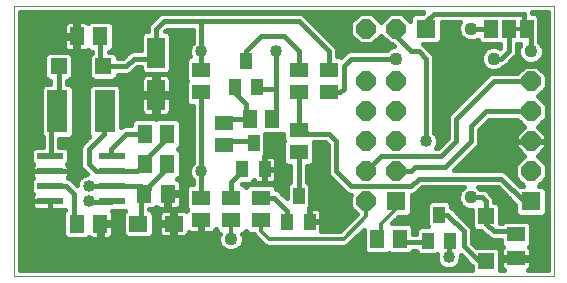
<source format=gtl>
G75*
G70*
%OFA0B0*%
%FSLAX24Y24*%
%IPPOS*%
%LPD*%
%AMOC8*
5,1,8,0,0,1.08239X$1,22.5*
%
%ADD10C,0.0000*%
%ADD11R,0.0630X0.0512*%
%ADD12R,0.0512X0.0630*%
%ADD13R,0.0866X0.0236*%
%ADD14R,0.0630X0.1024*%
%ADD15R,0.0630X0.0551*%
%ADD16R,0.0640X0.0640*%
%ADD17OC8,0.0640*%
%ADD18R,0.0709X0.1417*%
%ADD19R,0.0551X0.0551*%
%ADD20R,0.0460X0.0630*%
%ADD21R,0.0394X0.0551*%
%ADD22C,0.0160*%
%ADD23C,0.0400*%
%ADD24C,0.0436*%
%ADD25C,0.0120*%
D10*
X004649Y005649D02*
X004649Y014649D01*
X022649Y014649D01*
X022649Y005649D01*
X004649Y005649D01*
D11*
X010899Y007524D03*
X011899Y007524D03*
X012899Y007524D03*
X012899Y008273D03*
X011899Y008273D03*
X010899Y008273D03*
X011649Y010024D03*
X011649Y010773D03*
X010899Y011774D03*
X010899Y012523D03*
X014149Y012523D03*
X015149Y012523D03*
X015149Y011774D03*
X014149Y011774D03*
X014149Y010523D03*
X014149Y009774D03*
X021399Y007042D03*
X021399Y006255D03*
D12*
X017523Y006899D03*
X016775Y006899D03*
X013273Y010899D03*
X012525Y010899D03*
X009773Y010399D03*
X009025Y010399D03*
X009025Y009399D03*
X009773Y009399D03*
X009792Y008399D03*
X009005Y008399D03*
X007542Y007399D03*
X006755Y007399D03*
X006755Y013649D03*
X007542Y013649D03*
D13*
X007922Y009649D03*
X007922Y009149D03*
X007922Y008649D03*
X007922Y008149D03*
X005875Y008149D03*
X005875Y008649D03*
X005875Y009149D03*
X005875Y009649D03*
D14*
X009399Y011690D03*
X009399Y013107D03*
D15*
X009989Y007399D03*
X008808Y007399D03*
D16*
X017399Y008149D03*
X021899Y008149D03*
X018399Y013899D03*
D17*
X017399Y013899D03*
X016399Y013899D03*
X016399Y012149D03*
X017399Y012149D03*
X017399Y011149D03*
X016399Y011149D03*
X016399Y010149D03*
X017399Y010149D03*
X017399Y009149D03*
X016399Y009149D03*
X016399Y008149D03*
X021899Y009149D03*
X021899Y010149D03*
X021899Y011149D03*
X021899Y012149D03*
D18*
X007686Y011149D03*
X006111Y011149D03*
D19*
X006151Y012649D03*
X007647Y012649D03*
X020399Y007647D03*
X020399Y006150D03*
D20*
X020549Y013899D03*
X021149Y013899D03*
X021749Y013899D03*
D21*
X013023Y009215D03*
X012275Y009215D03*
X012649Y010082D03*
X014149Y008332D03*
X014523Y007465D03*
X013775Y007465D03*
X018462Y006840D03*
X019210Y006840D03*
X018836Y007707D03*
X012773Y011965D03*
X012025Y011965D03*
X012399Y012832D03*
D22*
X012399Y013149D01*
X012899Y013649D01*
X013649Y013649D01*
X014149Y013149D01*
X014149Y012523D01*
X015149Y012523D02*
X015149Y013149D01*
X014149Y014149D01*
X010899Y014149D01*
X010899Y013149D01*
X010899Y012523D01*
X010384Y012527D02*
X009914Y012527D01*
X009914Y012512D02*
X009914Y013702D01*
X009796Y013819D01*
X009715Y013819D01*
X009765Y013869D01*
X010619Y013869D01*
X010619Y013434D01*
X010560Y013375D01*
X010499Y013228D01*
X010499Y013069D01*
X010536Y012978D01*
X010501Y012978D01*
X010384Y012861D01*
X010384Y012184D01*
X010419Y012148D01*
X010384Y012113D01*
X010384Y011436D01*
X010501Y011319D01*
X010619Y011319D01*
X010619Y009434D01*
X010560Y009375D01*
X010499Y009228D01*
X010499Y009069D01*
X010560Y008922D01*
X010619Y008863D01*
X010619Y008728D01*
X010501Y008728D01*
X010384Y008611D01*
X010384Y007934D01*
X010435Y007883D01*
X010416Y007850D01*
X010408Y007822D01*
X010374Y007842D01*
X010328Y007854D01*
X010047Y007854D01*
X010047Y007457D01*
X009931Y007457D01*
X009931Y007854D01*
X009651Y007854D01*
X009605Y007842D01*
X009564Y007818D01*
X009530Y007785D01*
X009507Y007744D01*
X009494Y007698D01*
X009494Y007456D01*
X009931Y007456D01*
X009931Y007341D01*
X009494Y007341D01*
X009494Y007099D01*
X009507Y007053D01*
X009530Y007012D01*
X009564Y006979D01*
X009605Y006955D01*
X009651Y006943D01*
X009931Y006943D01*
X009931Y007340D01*
X010047Y007340D01*
X010047Y006943D01*
X010328Y006943D01*
X010374Y006955D01*
X010415Y006979D01*
X010448Y007012D01*
X010472Y007053D01*
X010484Y007099D01*
X010484Y007118D01*
X010514Y007101D01*
X010560Y007089D01*
X010851Y007089D01*
X010851Y007476D01*
X010947Y007476D01*
X010947Y007089D01*
X011237Y007089D01*
X011283Y007101D01*
X011324Y007125D01*
X011358Y007158D01*
X011381Y007199D01*
X011384Y007208D01*
X011384Y007186D01*
X011501Y007069D01*
X011517Y007069D01*
X011481Y006982D01*
X011481Y006815D01*
X011544Y006662D01*
X011662Y006544D01*
X011815Y006480D01*
X011982Y006480D01*
X012135Y006544D01*
X012253Y006662D01*
X012317Y006815D01*
X012317Y006982D01*
X012281Y007069D01*
X012296Y007069D01*
X012399Y007171D01*
X012501Y007069D01*
X012650Y007069D01*
X012678Y007001D01*
X012751Y006928D01*
X013001Y006678D01*
X013097Y006639D01*
X013200Y006639D01*
X015700Y006639D01*
X015796Y006678D01*
X015869Y006751D01*
X016319Y007201D01*
X016319Y006501D01*
X016436Y006384D01*
X017113Y006384D01*
X017149Y006419D01*
X017184Y006384D01*
X017861Y006384D01*
X017971Y006494D01*
X018065Y006494D01*
X018065Y006482D01*
X018182Y006365D01*
X018742Y006365D01*
X018762Y006385D01*
X018749Y006353D01*
X018749Y006194D01*
X018810Y006047D01*
X018922Y005934D01*
X019069Y005874D01*
X019228Y005874D01*
X019375Y005934D01*
X019488Y006047D01*
X019549Y006194D01*
X019549Y006353D01*
X019911Y005990D01*
X019923Y005978D01*
X019923Y005848D01*
X004849Y005848D01*
X004849Y014449D01*
X018303Y014449D01*
X018273Y014418D01*
X017996Y014418D01*
X017879Y014301D01*
X017879Y014154D01*
X017614Y014418D01*
X017183Y014418D01*
X016899Y014134D01*
X016614Y014418D01*
X016183Y014418D01*
X015879Y014114D01*
X015879Y013683D01*
X016183Y013379D01*
X016614Y013379D01*
X016899Y013663D01*
X017183Y013379D01*
X017273Y013379D01*
X017335Y013317D01*
X017315Y013317D01*
X017162Y013253D01*
X017087Y013178D01*
X015843Y013178D01*
X015740Y013136D01*
X015661Y013057D01*
X015565Y012960D01*
X015546Y012978D01*
X015429Y012978D01*
X015429Y013093D01*
X015429Y013204D01*
X015386Y013307D01*
X014386Y014307D01*
X014307Y014386D01*
X014204Y014428D01*
X010954Y014428D01*
X010843Y014428D01*
X009704Y014428D01*
X009593Y014428D01*
X009490Y014386D01*
X009240Y014136D01*
X009161Y014057D01*
X009119Y013954D01*
X009119Y013819D01*
X009001Y013819D01*
X008884Y013702D01*
X008884Y013178D01*
X008593Y013178D01*
X008490Y013136D01*
X008411Y013057D01*
X008283Y012928D01*
X008122Y012928D01*
X008122Y013007D01*
X008005Y013124D01*
X007822Y013124D01*
X007822Y013134D01*
X007881Y013134D01*
X007998Y013251D01*
X007998Y014046D01*
X007881Y014163D01*
X007204Y014163D01*
X007135Y014094D01*
X007121Y014107D01*
X007080Y014131D01*
X007035Y014143D01*
X006803Y014143D01*
X006803Y013697D01*
X006707Y013697D01*
X006707Y014143D01*
X006475Y014143D01*
X006430Y014131D01*
X006389Y014107D01*
X006355Y014074D01*
X006331Y014033D01*
X006319Y013987D01*
X006319Y013696D01*
X006707Y013696D01*
X006707Y013600D01*
X006803Y013600D01*
X006803Y013154D01*
X007035Y013154D01*
X007080Y013166D01*
X007121Y013189D01*
X007135Y013203D01*
X007204Y013134D01*
X007262Y013134D01*
X007262Y013098D01*
X007171Y013007D01*
X007171Y012290D01*
X007288Y012173D01*
X008005Y012173D01*
X008122Y012290D01*
X008122Y012369D01*
X008343Y012369D01*
X008454Y012369D01*
X008557Y012411D01*
X008765Y012619D01*
X008884Y012619D01*
X008884Y012512D01*
X009001Y012395D01*
X009796Y012395D01*
X009914Y012512D01*
X009914Y012685D02*
X010384Y012685D01*
X010384Y012844D02*
X009914Y012844D01*
X009914Y013003D02*
X010526Y013003D01*
X010499Y013161D02*
X009914Y013161D01*
X009914Y013320D02*
X010537Y013320D01*
X010619Y013478D02*
X009914Y013478D01*
X009914Y013637D02*
X010619Y013637D01*
X010619Y013795D02*
X009820Y013795D01*
X009649Y014149D02*
X009399Y013899D01*
X009399Y013107D01*
X009399Y012899D01*
X008649Y012899D01*
X008399Y012649D01*
X007647Y012649D01*
X007542Y012753D01*
X007542Y013649D01*
X007998Y013637D02*
X008884Y013637D01*
X008884Y013478D02*
X007998Y013478D01*
X007998Y013320D02*
X008884Y013320D01*
X008551Y013161D02*
X007909Y013161D01*
X008122Y013003D02*
X008357Y013003D01*
X008673Y012527D02*
X008884Y012527D01*
X008973Y012346D02*
X009014Y012369D01*
X009060Y012382D01*
X009321Y012382D01*
X009321Y011768D01*
X009476Y011768D01*
X009476Y012382D01*
X009737Y012382D01*
X009783Y012369D01*
X009824Y012346D01*
X009858Y012312D01*
X009881Y012271D01*
X009894Y012225D01*
X009894Y011767D01*
X009476Y011767D01*
X009476Y011612D01*
X009476Y010998D01*
X009737Y010998D01*
X009783Y011010D01*
X009824Y011034D01*
X009858Y011067D01*
X009881Y011109D01*
X009894Y011154D01*
X009894Y011612D01*
X009476Y011612D01*
X009321Y011612D01*
X009321Y010998D01*
X009060Y010998D01*
X009014Y011010D01*
X008973Y011034D01*
X008940Y011067D01*
X008916Y011109D01*
X008904Y011154D01*
X008904Y011612D01*
X009321Y011612D01*
X009321Y011767D01*
X008904Y011767D01*
X008904Y012225D01*
X008916Y012271D01*
X008940Y012312D01*
X008973Y012346D01*
X009013Y012368D02*
X008122Y012368D01*
X008042Y012210D02*
X008904Y012210D01*
X008904Y012051D02*
X008129Y012051D01*
X008123Y012057D02*
X007249Y012057D01*
X007132Y011940D01*
X007132Y010357D01*
X007171Y010317D01*
X006990Y010136D01*
X006911Y010057D01*
X006869Y009954D01*
X006869Y009343D01*
X006911Y009240D01*
X006990Y009161D01*
X007103Y009048D01*
X007069Y009048D01*
X006922Y008988D01*
X006810Y008875D01*
X006749Y008728D01*
X006749Y008694D01*
X006557Y008886D01*
X006457Y008928D01*
X006476Y008961D01*
X006488Y009007D01*
X006488Y009148D01*
X005875Y009148D01*
X005262Y009148D01*
X005262Y009007D01*
X005274Y008961D01*
X005298Y008920D01*
X005305Y008913D01*
X005242Y008849D01*
X005242Y008448D01*
X005305Y008384D01*
X005298Y008377D01*
X005274Y008336D01*
X005262Y008290D01*
X005262Y008149D01*
X005875Y008149D01*
X005149Y008149D01*
X004899Y008399D01*
X004899Y008899D01*
X005149Y009149D01*
X005875Y009149D01*
X005875Y009148D01*
X005875Y009149D01*
X005262Y009149D01*
X005262Y009290D01*
X005274Y009336D01*
X005298Y009377D01*
X005305Y009384D01*
X005242Y009448D01*
X005242Y009849D01*
X005359Y009967D01*
X005619Y009967D01*
X005619Y010295D01*
X005557Y010357D01*
X005557Y011940D01*
X005674Y012057D01*
X005869Y012057D01*
X005869Y012173D01*
X005792Y012173D01*
X005675Y012290D01*
X005675Y013007D01*
X005792Y013124D01*
X006509Y013124D01*
X006626Y013007D01*
X006626Y012290D01*
X006509Y012173D01*
X006429Y012173D01*
X006429Y012057D01*
X006548Y012057D01*
X006666Y011940D01*
X006666Y010357D01*
X006548Y010240D01*
X006179Y010240D01*
X006179Y009967D01*
X006391Y009967D01*
X006508Y009849D01*
X006508Y009448D01*
X006445Y009384D01*
X006452Y009377D01*
X006476Y009336D01*
X006488Y009290D01*
X006488Y009149D01*
X005875Y009149D01*
X005262Y009198D02*
X004849Y009198D01*
X004849Y009356D02*
X005286Y009356D01*
X005242Y009515D02*
X004849Y009515D01*
X004849Y009673D02*
X005242Y009673D01*
X005242Y009832D02*
X004849Y009832D01*
X004849Y009990D02*
X005619Y009990D01*
X005619Y010149D02*
X004849Y010149D01*
X004849Y010307D02*
X005607Y010307D01*
X005557Y010466D02*
X004849Y010466D01*
X004849Y010624D02*
X005557Y010624D01*
X005557Y010783D02*
X004849Y010783D01*
X004849Y010941D02*
X005557Y010941D01*
X005557Y011100D02*
X004849Y011100D01*
X004849Y011259D02*
X005557Y011259D01*
X005557Y011417D02*
X004849Y011417D01*
X004849Y011576D02*
X005557Y011576D01*
X005557Y011734D02*
X004849Y011734D01*
X004849Y011893D02*
X005557Y011893D01*
X005668Y012051D02*
X004849Y012051D01*
X004849Y012210D02*
X005755Y012210D01*
X005675Y012368D02*
X004849Y012368D01*
X004849Y012527D02*
X005675Y012527D01*
X005675Y012685D02*
X004849Y012685D01*
X004849Y012844D02*
X005675Y012844D01*
X005675Y013003D02*
X004849Y013003D01*
X004849Y013161D02*
X006447Y013161D01*
X006430Y013166D02*
X006475Y013154D01*
X006707Y013154D01*
X006707Y013600D01*
X006319Y013600D01*
X006319Y013310D01*
X006331Y013264D01*
X006355Y013223D01*
X006389Y013189D01*
X006430Y013166D01*
X006319Y013320D02*
X004849Y013320D01*
X004849Y013478D02*
X006319Y013478D01*
X006319Y013795D02*
X004849Y013795D01*
X004849Y013637D02*
X006707Y013637D01*
X006707Y013795D02*
X006803Y013795D01*
X006803Y013954D02*
X006707Y013954D01*
X006707Y014112D02*
X006803Y014112D01*
X007113Y014112D02*
X007153Y014112D01*
X006397Y014112D02*
X004849Y014112D01*
X004849Y013954D02*
X006319Y013954D01*
X006707Y013478D02*
X006803Y013478D01*
X006803Y013320D02*
X006707Y013320D01*
X006707Y013161D02*
X006803Y013161D01*
X006626Y013003D02*
X007171Y013003D01*
X007176Y013161D02*
X007063Y013161D01*
X007171Y012844D02*
X006626Y012844D01*
X006626Y012685D02*
X007171Y012685D01*
X007171Y012527D02*
X006626Y012527D01*
X006626Y012368D02*
X007171Y012368D01*
X007251Y012210D02*
X006546Y012210D01*
X006554Y012051D02*
X007243Y012051D01*
X007132Y011893D02*
X006666Y011893D01*
X006666Y011734D02*
X007132Y011734D01*
X007132Y011576D02*
X006666Y011576D01*
X006666Y011417D02*
X007132Y011417D01*
X007132Y011259D02*
X006666Y011259D01*
X006666Y011100D02*
X007132Y011100D01*
X007132Y010941D02*
X006666Y010941D01*
X006666Y010783D02*
X007132Y010783D01*
X007132Y010624D02*
X006666Y010624D01*
X006666Y010466D02*
X007132Y010466D01*
X007162Y010307D02*
X006616Y010307D01*
X007003Y010149D02*
X006179Y010149D01*
X006179Y009990D02*
X006884Y009990D01*
X006869Y009832D02*
X006508Y009832D01*
X006508Y009673D02*
X006869Y009673D01*
X006869Y009515D02*
X006508Y009515D01*
X006464Y009356D02*
X006869Y009356D01*
X006954Y009198D02*
X006488Y009198D01*
X006488Y009039D02*
X007046Y009039D01*
X006815Y008880D02*
X006563Y008880D01*
X006721Y008722D02*
X006749Y008722D01*
X007149Y008649D02*
X007922Y008649D01*
X008899Y008649D01*
X008899Y008399D01*
X008899Y007489D01*
X008808Y007399D01*
X008879Y007399D01*
X008859Y007379D01*
X009323Y007454D02*
X009931Y007454D01*
X009931Y007612D02*
X010047Y007612D01*
X010047Y007771D02*
X009931Y007771D01*
X009840Y007904D02*
X010072Y007904D01*
X010118Y007916D01*
X010159Y007939D01*
X010192Y007973D01*
X010216Y008014D01*
X010228Y008060D01*
X010228Y008350D01*
X009841Y008350D01*
X009841Y008446D01*
X010228Y008446D01*
X010228Y008737D01*
X010216Y008783D01*
X010192Y008824D01*
X010159Y008857D01*
X010118Y008881D01*
X010109Y008884D01*
X010111Y008884D01*
X010229Y009001D01*
X010229Y009796D01*
X010126Y009898D01*
X010229Y010001D01*
X010229Y010796D01*
X010111Y010913D01*
X009434Y010913D01*
X009399Y010878D01*
X009363Y010913D01*
X008686Y010913D01*
X008569Y010796D01*
X008569Y010678D01*
X008454Y010678D01*
X008343Y010678D01*
X008240Y010636D01*
X008240Y011940D01*
X008123Y012057D01*
X008240Y011893D02*
X008904Y011893D01*
X008904Y011576D02*
X008240Y011576D01*
X008240Y011734D02*
X009321Y011734D01*
X009476Y011734D02*
X010384Y011734D01*
X010384Y011576D02*
X009894Y011576D01*
X009894Y011417D02*
X010402Y011417D01*
X010619Y011259D02*
X009894Y011259D01*
X009876Y011100D02*
X010619Y011100D01*
X010619Y010941D02*
X008240Y010941D01*
X008240Y010783D02*
X008569Y010783D01*
X008240Y011100D02*
X008921Y011100D01*
X008904Y011259D02*
X008240Y011259D01*
X008240Y011417D02*
X008904Y011417D01*
X009321Y011417D02*
X009476Y011417D01*
X009476Y011259D02*
X009321Y011259D01*
X009321Y011100D02*
X009476Y011100D01*
X009476Y011576D02*
X009321Y011576D01*
X009321Y011893D02*
X009476Y011893D01*
X009476Y012051D02*
X009321Y012051D01*
X009321Y012210D02*
X009476Y012210D01*
X009476Y012368D02*
X009321Y012368D01*
X009785Y012368D02*
X010384Y012368D01*
X010384Y012210D02*
X009894Y012210D01*
X009894Y012051D02*
X010384Y012051D01*
X010384Y011893D02*
X009894Y011893D01*
X010899Y011774D02*
X010899Y009149D01*
X010899Y008273D01*
X010384Y008246D02*
X010228Y008246D01*
X010228Y008088D02*
X010384Y008088D01*
X010388Y007929D02*
X010141Y007929D01*
X009840Y007929D02*
X009744Y007929D01*
X009744Y007904D02*
X009513Y007904D01*
X009467Y007916D01*
X009426Y007939D01*
X009413Y007953D01*
X009344Y007884D01*
X009179Y007884D01*
X009179Y007874D01*
X009206Y007874D01*
X009323Y007757D01*
X009323Y007040D01*
X009206Y006923D01*
X008410Y006923D01*
X008293Y007040D01*
X008293Y007757D01*
X008367Y007830D01*
X007936Y007830D01*
X007942Y007824D01*
X007966Y007783D01*
X007978Y007737D01*
X007978Y007446D01*
X007591Y007446D01*
X007591Y007350D01*
X007978Y007350D01*
X007978Y007060D01*
X007966Y007014D01*
X007942Y006973D01*
X007909Y006939D01*
X007868Y006916D01*
X007822Y006904D01*
X007590Y006904D01*
X007590Y007350D01*
X007494Y007350D01*
X007494Y006904D01*
X007263Y006904D01*
X007217Y006916D01*
X007176Y006939D01*
X007163Y006953D01*
X007094Y006884D01*
X006416Y006884D01*
X006299Y007001D01*
X006299Y007796D01*
X006361Y007858D01*
X006332Y007850D01*
X005875Y007850D01*
X005875Y008148D01*
X005875Y008148D01*
X005875Y007850D01*
X005418Y007850D01*
X005372Y007863D01*
X005331Y007886D01*
X005298Y007920D01*
X005274Y007961D01*
X005262Y008007D01*
X005262Y008148D01*
X005875Y008148D01*
X005875Y008149D01*
X005875Y008088D02*
X005875Y008088D01*
X005875Y007929D02*
X005875Y007929D01*
X006299Y007771D02*
X004849Y007771D01*
X004849Y007929D02*
X005293Y007929D01*
X005262Y008088D02*
X004849Y008088D01*
X004849Y008246D02*
X005262Y008246D01*
X005285Y008405D02*
X004849Y008405D01*
X004849Y008563D02*
X005242Y008563D01*
X005242Y008722D02*
X004849Y008722D01*
X004849Y008880D02*
X005273Y008880D01*
X005262Y009039D02*
X004849Y009039D01*
X005875Y008649D02*
X006399Y008649D01*
X006649Y008399D01*
X006649Y007255D01*
X006755Y007399D01*
X006299Y007454D02*
X004849Y007454D01*
X004849Y007612D02*
X006299Y007612D01*
X006299Y007295D02*
X004849Y007295D01*
X004849Y007136D02*
X006299Y007136D01*
X006322Y006978D02*
X004849Y006978D01*
X004849Y006819D02*
X011481Y006819D01*
X011481Y006978D02*
X010413Y006978D01*
X010047Y006978D02*
X009931Y006978D01*
X009931Y007136D02*
X010047Y007136D01*
X010047Y007295D02*
X009931Y007295D01*
X009494Y007295D02*
X009323Y007295D01*
X009323Y007136D02*
X009494Y007136D01*
X009565Y006978D02*
X009261Y006978D01*
X009323Y007612D02*
X009494Y007612D01*
X009522Y007771D02*
X009309Y007771D01*
X009389Y007929D02*
X009444Y007929D01*
X009744Y007904D02*
X009744Y008350D01*
X009840Y008350D01*
X009840Y007904D01*
X009840Y008088D02*
X009744Y008088D01*
X009744Y008246D02*
X009840Y008246D01*
X009841Y008405D02*
X010384Y008405D01*
X010384Y008563D02*
X010228Y008563D01*
X010228Y008722D02*
X010494Y008722D01*
X010601Y008880D02*
X010119Y008880D01*
X010229Y009039D02*
X010511Y009039D01*
X010499Y009198D02*
X010229Y009198D01*
X010229Y009356D02*
X010552Y009356D01*
X010619Y009515D02*
X010229Y009515D01*
X010229Y009673D02*
X010619Y009673D01*
X010619Y009832D02*
X010193Y009832D01*
X010218Y009990D02*
X010619Y009990D01*
X010619Y010149D02*
X010229Y010149D01*
X010229Y010307D02*
X010619Y010307D01*
X010619Y010466D02*
X010229Y010466D01*
X010229Y010624D02*
X010619Y010624D01*
X010619Y010783D02*
X010229Y010783D01*
X009773Y010399D02*
X009649Y010274D01*
X009649Y010149D01*
X009025Y009524D01*
X009025Y009399D01*
X008775Y009149D01*
X007922Y009149D01*
X007399Y009149D01*
X007149Y009399D01*
X007149Y009899D01*
X007649Y010399D01*
X007649Y011149D01*
X007686Y011149D01*
X008399Y010399D02*
X007899Y009899D01*
X007899Y009672D01*
X007922Y009649D01*
X008399Y010399D02*
X009025Y010399D01*
X009773Y009399D02*
X009649Y009274D01*
X009649Y009149D01*
X009149Y008649D01*
X009149Y008542D01*
X009005Y008399D01*
X008899Y008399D01*
X008307Y007771D02*
X007969Y007771D01*
X007978Y007612D02*
X008293Y007612D01*
X008293Y007454D02*
X007978Y007454D01*
X007978Y007295D02*
X008293Y007295D01*
X008293Y007136D02*
X007978Y007136D01*
X007945Y006978D02*
X008355Y006978D01*
X007590Y006978D02*
X007494Y006978D01*
X007494Y007136D02*
X007590Y007136D01*
X007590Y007295D02*
X007494Y007295D01*
X007139Y008139D02*
X007149Y008149D01*
X007139Y008139D02*
X007912Y008139D01*
X007922Y008149D01*
X009773Y009399D02*
X009899Y009273D01*
X011649Y010024D02*
X011773Y010149D01*
X012649Y010149D01*
X012649Y010082D01*
X013045Y010149D02*
X013669Y010149D01*
X013669Y010148D02*
X013634Y010113D01*
X013634Y009436D01*
X013751Y009319D01*
X013869Y009319D01*
X013869Y008807D01*
X013752Y008690D01*
X013752Y008254D01*
X013496Y008510D01*
X013414Y008544D01*
X013414Y008611D01*
X013296Y008728D01*
X012501Y008728D01*
X012399Y008626D01*
X012296Y008728D01*
X012249Y008728D01*
X012261Y008740D01*
X012554Y008740D01*
X012668Y008853D01*
X012682Y008829D01*
X012715Y008796D01*
X012756Y008772D01*
X012802Y008760D01*
X013004Y008760D01*
X013004Y009197D01*
X013041Y009197D01*
X013041Y008760D01*
X013243Y008760D01*
X013289Y008772D01*
X013330Y008796D01*
X013364Y008829D01*
X013387Y008870D01*
X013399Y008916D01*
X013399Y009197D01*
X013041Y009197D01*
X013041Y009234D01*
X013004Y009234D01*
X013004Y009671D01*
X012993Y009671D01*
X013045Y009723D01*
X013045Y010384D01*
X013611Y010384D01*
X013634Y010406D01*
X013634Y010184D01*
X013669Y010148D01*
X013634Y009990D02*
X013045Y009990D01*
X013045Y009832D02*
X013634Y009832D01*
X013634Y009673D02*
X012995Y009673D01*
X013041Y009671D02*
X013243Y009671D01*
X013289Y009659D01*
X013330Y009635D01*
X013364Y009602D01*
X013387Y009560D01*
X013399Y009515D01*
X013399Y009234D01*
X013041Y009234D01*
X013041Y009671D01*
X013041Y009515D02*
X013004Y009515D01*
X013004Y009356D02*
X013041Y009356D01*
X013041Y009198D02*
X013869Y009198D01*
X013869Y009039D02*
X013399Y009039D01*
X013390Y008880D02*
X013869Y008880D01*
X013784Y008722D02*
X013303Y008722D01*
X013414Y008563D02*
X013752Y008563D01*
X013752Y008405D02*
X013601Y008405D01*
X013337Y008273D02*
X013774Y007836D01*
X013774Y007466D01*
X013775Y007465D01*
X014504Y007484D02*
X014504Y007921D01*
X014493Y007921D01*
X014545Y007973D01*
X014545Y008690D01*
X014429Y008807D01*
X014429Y009319D01*
X014546Y009319D01*
X014664Y009436D01*
X014664Y010113D01*
X014658Y010119D01*
X015033Y010119D01*
X015119Y010033D01*
X015119Y009093D01*
X015161Y008990D01*
X015240Y008911D01*
X015661Y008490D01*
X015740Y008411D01*
X015843Y008369D01*
X015883Y008369D01*
X015879Y008364D01*
X015879Y007933D01*
X016097Y007715D01*
X015541Y007158D01*
X014897Y007158D01*
X014899Y007166D01*
X014899Y007447D01*
X014541Y007447D01*
X014541Y007484D01*
X014504Y007484D01*
X014541Y007484D02*
X014541Y007921D01*
X014743Y007921D01*
X014789Y007909D01*
X014830Y007885D01*
X014864Y007852D01*
X014887Y007810D01*
X014899Y007765D01*
X014899Y007484D01*
X014541Y007484D01*
X014541Y007454D02*
X015836Y007454D01*
X015995Y007612D02*
X014899Y007612D01*
X014898Y007771D02*
X016041Y007771D01*
X015883Y007929D02*
X014501Y007929D01*
X014504Y007771D02*
X014541Y007771D01*
X014541Y007612D02*
X014504Y007612D01*
X014899Y007295D02*
X015678Y007295D01*
X016096Y006978D02*
X016319Y006978D01*
X016319Y007136D02*
X016254Y007136D01*
X016319Y006819D02*
X015937Y006819D01*
X015754Y006661D02*
X016319Y006661D01*
X016319Y006502D02*
X012035Y006502D01*
X012252Y006661D02*
X013043Y006661D01*
X012860Y006819D02*
X012317Y006819D01*
X012317Y006978D02*
X012702Y006978D01*
X012433Y007136D02*
X012364Y007136D01*
X011763Y006502D02*
X004849Y006502D01*
X004849Y006344D02*
X018749Y006344D01*
X018752Y006185D02*
X004849Y006185D01*
X004849Y006027D02*
X018830Y006027D01*
X019149Y006274D02*
X019149Y006840D01*
X019210Y006840D01*
X019649Y006649D02*
X020149Y006149D01*
X020397Y006149D01*
X020399Y006150D01*
X020874Y006185D02*
X020904Y006185D01*
X020904Y006207D02*
X020904Y005975D01*
X020916Y005929D01*
X020940Y005888D01*
X020973Y005855D01*
X020984Y005848D01*
X020874Y005848D01*
X020874Y006509D01*
X020757Y006626D01*
X020067Y006626D01*
X019929Y006764D01*
X019929Y007204D01*
X019886Y007307D01*
X019807Y007386D01*
X019249Y007944D01*
X019233Y007951D01*
X019233Y008065D01*
X019116Y008182D01*
X018556Y008182D01*
X018439Y008065D01*
X018439Y007348D01*
X018471Y007316D01*
X018182Y007316D01*
X018065Y007199D01*
X018065Y007053D01*
X017979Y007053D01*
X017979Y007296D01*
X017861Y007413D01*
X017281Y007413D01*
X017496Y007629D01*
X017801Y007629D01*
X017919Y007746D01*
X017919Y008369D01*
X017954Y008369D01*
X018057Y008411D01*
X018136Y008490D01*
X018265Y008619D01*
X019652Y008619D01*
X019544Y008510D01*
X019481Y008357D01*
X019481Y008190D01*
X019544Y008037D01*
X019662Y007919D01*
X019815Y007855D01*
X019923Y007855D01*
X019923Y007288D01*
X020040Y007171D01*
X020230Y007171D01*
X020411Y006990D01*
X020490Y006911D01*
X020593Y006869D01*
X020884Y006869D01*
X020884Y006703D01*
X020953Y006634D01*
X020940Y006621D01*
X020916Y006580D01*
X020904Y006534D01*
X020904Y006303D01*
X021350Y006303D01*
X021350Y006207D01*
X020904Y006207D01*
X020904Y006344D02*
X020874Y006344D01*
X020874Y006502D02*
X020904Y006502D01*
X020926Y006661D02*
X020032Y006661D01*
X019929Y006819D02*
X020884Y006819D01*
X020649Y007149D02*
X021292Y007149D01*
X021399Y007042D01*
X021914Y006978D02*
X022449Y006978D01*
X022449Y007136D02*
X021914Y007136D01*
X021914Y007295D02*
X022449Y007295D01*
X022449Y007454D02*
X021841Y007454D01*
X021796Y007498D02*
X021001Y007498D01*
X020931Y007428D01*
X020874Y007428D01*
X020874Y008005D01*
X020757Y008122D01*
X020679Y008122D01*
X020679Y008204D01*
X020636Y008307D01*
X020432Y008511D01*
X020329Y008553D01*
X020218Y008553D01*
X020210Y008553D01*
X020145Y008619D01*
X020783Y008619D01*
X021379Y008023D01*
X021379Y007746D01*
X021496Y007629D01*
X022301Y007629D01*
X022419Y007746D01*
X022419Y008551D01*
X022301Y008668D01*
X022154Y008668D01*
X022419Y008933D01*
X022419Y009364D01*
X022120Y009663D01*
X022399Y009941D01*
X022399Y010128D01*
X021919Y010128D01*
X021919Y010169D01*
X022399Y010169D01*
X022399Y010356D01*
X022120Y010634D01*
X022419Y010933D01*
X022419Y011364D01*
X022134Y011648D01*
X022419Y011933D01*
X022419Y012364D01*
X022114Y012668D01*
X021683Y012668D01*
X021443Y012428D01*
X020593Y012428D01*
X020490Y012386D01*
X020411Y012307D01*
X019161Y011057D01*
X019119Y010954D01*
X019119Y010843D01*
X019119Y010264D01*
X018783Y009928D01*
X018740Y009928D01*
X018799Y010069D01*
X018799Y010228D01*
X018738Y010375D01*
X018679Y010434D01*
X018679Y012843D01*
X018679Y012954D01*
X018636Y013057D01*
X018386Y013307D01*
X018315Y013379D01*
X018801Y013379D01*
X018919Y013496D01*
X018919Y014119D01*
X019537Y014119D01*
X019481Y013982D01*
X019481Y013815D01*
X019544Y013662D01*
X019662Y013544D01*
X019815Y013480D01*
X019982Y013480D01*
X020119Y013537D01*
X020119Y013501D01*
X020236Y013384D01*
X020836Y013384D01*
X020869Y013384D01*
X020869Y013264D01*
X020865Y013261D01*
X020732Y013317D01*
X020565Y013317D01*
X020412Y013253D01*
X020294Y013135D01*
X020231Y012982D01*
X020231Y012815D01*
X020294Y012662D01*
X020412Y012544D01*
X020565Y012480D01*
X020732Y012480D01*
X020885Y012544D01*
X020964Y012622D01*
X021057Y012661D01*
X021307Y012911D01*
X021386Y012990D01*
X021429Y013093D01*
X021429Y013384D01*
X021436Y013384D01*
X021544Y013384D01*
X021481Y013232D01*
X021481Y013065D01*
X021544Y012912D01*
X021662Y012794D01*
X021815Y012730D01*
X021982Y012730D01*
X022135Y012794D01*
X022253Y012912D01*
X022317Y013065D01*
X022317Y013232D01*
X022253Y013385D01*
X022179Y013460D01*
X022179Y013501D01*
X022179Y013693D01*
X022179Y013804D01*
X022179Y014296D01*
X022061Y014413D01*
X021929Y014413D01*
X021929Y014449D01*
X022449Y014449D01*
X022449Y005848D01*
X021813Y005848D01*
X021824Y005855D01*
X021858Y005888D01*
X021881Y005929D01*
X021894Y005975D01*
X021894Y006207D01*
X021447Y006207D01*
X021447Y006303D01*
X021894Y006303D01*
X021894Y006534D01*
X021881Y006580D01*
X021858Y006621D01*
X021844Y006634D01*
X021914Y006703D01*
X021914Y007381D01*
X021796Y007498D01*
X021379Y007771D02*
X020874Y007771D01*
X020874Y007929D02*
X021379Y007929D01*
X021313Y008088D02*
X020791Y008088D01*
X020661Y008246D02*
X021155Y008246D01*
X020996Y008405D02*
X020538Y008405D01*
X020399Y008149D02*
X020274Y008274D01*
X019899Y008274D01*
X020200Y008563D02*
X020838Y008563D01*
X020899Y008899D02*
X018149Y008899D01*
X017899Y008649D01*
X015899Y008649D01*
X015399Y009149D01*
X015399Y010149D01*
X015149Y010399D01*
X014399Y010399D01*
X014413Y010449D02*
X014149Y010523D01*
X014149Y011774D01*
X013399Y011899D02*
X013399Y013149D01*
X014739Y013954D02*
X015879Y013954D01*
X015879Y014112D02*
X014581Y014112D01*
X014422Y014271D02*
X016036Y014271D01*
X015879Y013795D02*
X014898Y013795D01*
X015056Y013637D02*
X015925Y013637D01*
X016084Y013478D02*
X015215Y013478D01*
X015373Y013320D02*
X017332Y013320D01*
X017084Y013478D02*
X016714Y013478D01*
X016872Y013637D02*
X016925Y013637D01*
X017399Y013649D02*
X017899Y013149D01*
X018149Y013149D01*
X018399Y012899D01*
X018399Y010149D01*
X018766Y010307D02*
X019119Y010307D01*
X019119Y010466D02*
X018679Y010466D01*
X018679Y010624D02*
X019119Y010624D01*
X019119Y010783D02*
X018679Y010783D01*
X018679Y010941D02*
X019119Y010941D01*
X019204Y011100D02*
X018679Y011100D01*
X018679Y011259D02*
X019363Y011259D01*
X019521Y011417D02*
X018679Y011417D01*
X018679Y011576D02*
X019680Y011576D01*
X019838Y011734D02*
X018679Y011734D01*
X018679Y011893D02*
X019997Y011893D01*
X020156Y012051D02*
X018679Y012051D01*
X018679Y012210D02*
X020314Y012210D01*
X020473Y012368D02*
X018679Y012368D01*
X018679Y012527D02*
X020453Y012527D01*
X020284Y012685D02*
X018679Y012685D01*
X018679Y012844D02*
X020231Y012844D01*
X020239Y013003D02*
X018659Y013003D01*
X018532Y013161D02*
X020320Y013161D01*
X020141Y013478D02*
X018901Y013478D01*
X018919Y013637D02*
X019569Y013637D01*
X019489Y013795D02*
X018919Y013795D01*
X018919Y013954D02*
X019481Y013954D01*
X019535Y014112D02*
X018919Y014112D01*
X018649Y014399D02*
X021649Y014399D01*
X021649Y013999D01*
X021749Y013899D01*
X021899Y013749D01*
X021899Y013149D01*
X022280Y013320D02*
X022449Y013320D01*
X022449Y013478D02*
X022179Y013478D01*
X022179Y013637D02*
X022449Y013637D01*
X022449Y013795D02*
X022179Y013795D01*
X022179Y013954D02*
X022449Y013954D01*
X022449Y014112D02*
X022179Y014112D01*
X022179Y014271D02*
X022449Y014271D01*
X022449Y014429D02*
X021929Y014429D01*
X021149Y013899D02*
X021149Y013149D01*
X020899Y012899D01*
X020649Y012899D01*
X021082Y012685D02*
X022449Y012685D01*
X022449Y012527D02*
X022256Y012527D01*
X022414Y012368D02*
X022449Y012368D01*
X022449Y012210D02*
X022419Y012210D01*
X022419Y012051D02*
X022449Y012051D01*
X022449Y011893D02*
X022378Y011893D01*
X022449Y011734D02*
X022220Y011734D01*
X022207Y011576D02*
X022449Y011576D01*
X022449Y011417D02*
X022365Y011417D01*
X022419Y011259D02*
X022449Y011259D01*
X022449Y011100D02*
X022419Y011100D01*
X022419Y010941D02*
X022449Y010941D01*
X022449Y010783D02*
X022268Y010783D01*
X022130Y010624D02*
X022449Y010624D01*
X022449Y010466D02*
X022288Y010466D01*
X022399Y010307D02*
X022449Y010307D01*
X022449Y010149D02*
X021919Y010149D01*
X021878Y010149D02*
X020179Y010149D01*
X020179Y010093D02*
X020179Y010533D01*
X020515Y010869D01*
X021443Y010869D01*
X021677Y010634D01*
X021399Y010356D01*
X021399Y010169D01*
X021878Y010169D01*
X021878Y010128D01*
X021399Y010128D01*
X021399Y009941D01*
X021677Y009663D01*
X021379Y009364D01*
X021379Y008933D01*
X021643Y008668D01*
X021525Y008668D01*
X021136Y009057D01*
X021057Y009136D01*
X020954Y009178D01*
X019325Y009178D01*
X020057Y009911D01*
X020057Y009911D01*
X020136Y009990D01*
X020179Y010093D01*
X020136Y009990D02*
X021399Y009990D01*
X021508Y009832D02*
X019978Y009832D01*
X019819Y009673D02*
X021667Y009673D01*
X021529Y009515D02*
X019661Y009515D01*
X019502Y009356D02*
X021379Y009356D01*
X021379Y009198D02*
X019344Y009198D01*
X019024Y009274D02*
X019899Y010149D01*
X019899Y010649D01*
X020399Y011149D01*
X021899Y011149D01*
X021529Y010783D02*
X020429Y010783D01*
X020271Y010624D02*
X021668Y010624D01*
X021509Y010466D02*
X020179Y010466D01*
X020179Y010307D02*
X021399Y010307D01*
X022289Y009832D02*
X022449Y009832D01*
X022449Y009990D02*
X022399Y009990D01*
X022449Y009673D02*
X022130Y009673D01*
X022268Y009515D02*
X022449Y009515D01*
X022449Y009356D02*
X022419Y009356D01*
X022419Y009198D02*
X022449Y009198D01*
X022449Y009039D02*
X022419Y009039D01*
X022449Y008880D02*
X022366Y008880D01*
X022449Y008722D02*
X022207Y008722D01*
X022407Y008563D02*
X022449Y008563D01*
X022449Y008405D02*
X022419Y008405D01*
X022419Y008246D02*
X022449Y008246D01*
X022449Y008088D02*
X022419Y008088D01*
X022419Y007929D02*
X022449Y007929D01*
X022449Y007771D02*
X022419Y007771D01*
X022449Y007612D02*
X020874Y007612D01*
X020874Y007454D02*
X020956Y007454D01*
X020649Y007149D02*
X020399Y007399D01*
X020399Y007647D01*
X020399Y008149D01*
X019923Y007771D02*
X019422Y007771D01*
X019264Y007929D02*
X019652Y007929D01*
X019523Y008088D02*
X019210Y008088D01*
X019481Y008246D02*
X017919Y008246D01*
X017919Y008088D02*
X018462Y008088D01*
X018439Y007929D02*
X017919Y007929D01*
X017919Y007771D02*
X018439Y007771D01*
X018439Y007612D02*
X017480Y007612D01*
X017321Y007454D02*
X018439Y007454D01*
X018161Y007295D02*
X017979Y007295D01*
X017979Y007136D02*
X018065Y007136D01*
X017648Y006774D02*
X017523Y006899D01*
X017648Y006774D02*
X018524Y006774D01*
X018525Y006773D01*
X019149Y006274D02*
X019210Y006335D01*
X019545Y006185D02*
X019716Y006185D01*
X019875Y006027D02*
X019467Y006027D01*
X019549Y006344D02*
X019557Y006344D01*
X019649Y006649D02*
X019649Y007149D01*
X019091Y007707D01*
X018836Y007707D01*
X019581Y007612D02*
X019923Y007612D01*
X019923Y007454D02*
X019740Y007454D01*
X019891Y007295D02*
X019923Y007295D01*
X019929Y007136D02*
X020265Y007136D01*
X020423Y006978D02*
X019929Y006978D01*
X020874Y006027D02*
X020904Y006027D01*
X020874Y005868D02*
X020960Y005868D01*
X021837Y005868D02*
X022449Y005868D01*
X022449Y006027D02*
X021894Y006027D01*
X021894Y006185D02*
X022449Y006185D01*
X022449Y006344D02*
X021894Y006344D01*
X021894Y006502D02*
X022449Y006502D01*
X022449Y006661D02*
X021871Y006661D01*
X021914Y006819D02*
X022449Y006819D01*
X021899Y008149D02*
X021649Y008149D01*
X020899Y008899D01*
X021154Y009039D02*
X021379Y009039D01*
X021431Y008880D02*
X021313Y008880D01*
X021471Y008722D02*
X021590Y008722D01*
X019597Y008563D02*
X018209Y008563D01*
X018042Y008405D02*
X019501Y008405D01*
X019024Y009274D02*
X018024Y009274D01*
X017899Y009149D01*
X017399Y009149D01*
X016899Y009649D02*
X018899Y009649D01*
X019399Y010149D01*
X019399Y010899D01*
X020649Y012149D01*
X021899Y012149D01*
X021542Y012527D02*
X020844Y012527D01*
X021240Y012844D02*
X021612Y012844D01*
X021507Y013003D02*
X021391Y013003D01*
X021429Y013161D02*
X021481Y013161D01*
X021517Y013320D02*
X021429Y013320D01*
X020869Y013320D02*
X018373Y013320D01*
X018399Y013899D02*
X018399Y014149D01*
X018649Y014399D01*
X018284Y014429D02*
X004849Y014429D01*
X004849Y014271D02*
X009375Y014271D01*
X009217Y014112D02*
X007932Y014112D01*
X007998Y013954D02*
X009119Y013954D01*
X008977Y013795D02*
X007998Y013795D01*
X009399Y013107D02*
X009460Y013169D01*
X009649Y014149D02*
X010899Y014149D01*
X011899Y012149D02*
X012025Y012023D01*
X012025Y011965D01*
X012025Y011773D01*
X012399Y011399D01*
X012399Y011024D01*
X012525Y010899D01*
X011775Y010899D01*
X011649Y010773D01*
X013045Y010307D02*
X013634Y010307D01*
X013399Y010899D02*
X013273Y010899D01*
X013399Y010899D02*
X013399Y011899D01*
X012899Y011899D01*
X012832Y011965D01*
X012773Y011965D01*
X015149Y011774D02*
X015525Y011774D01*
X015649Y011899D01*
X015649Y012649D01*
X015899Y012899D01*
X017399Y012899D01*
X017399Y013649D02*
X017399Y013899D01*
X017762Y014271D02*
X017879Y014271D01*
X017036Y014271D02*
X016762Y014271D01*
X015801Y013161D02*
X015429Y013161D01*
X015429Y013003D02*
X015607Y013003D01*
X019899Y013899D02*
X020549Y013899D01*
X020649Y013799D01*
X022317Y013161D02*
X022449Y013161D01*
X022449Y013003D02*
X022291Y013003D01*
X022185Y012844D02*
X022449Y012844D01*
X019003Y010149D02*
X018799Y010149D01*
X018766Y009990D02*
X018844Y009990D01*
X016899Y009649D02*
X016399Y009149D01*
X015588Y008563D02*
X014545Y008563D01*
X014545Y008405D02*
X015755Y008405D01*
X015661Y008490D02*
X015661Y008490D01*
X015879Y008246D02*
X014545Y008246D01*
X014545Y008088D02*
X015879Y008088D01*
X015429Y008722D02*
X014514Y008722D01*
X014429Y008880D02*
X015271Y008880D01*
X015141Y009039D02*
X014429Y009039D01*
X014429Y009198D02*
X015119Y009198D01*
X015119Y009356D02*
X014584Y009356D01*
X014664Y009515D02*
X015119Y009515D01*
X015119Y009673D02*
X014664Y009673D01*
X014664Y009832D02*
X015119Y009832D01*
X015119Y009990D02*
X014664Y009990D01*
X014149Y009774D02*
X014149Y008332D01*
X013337Y008273D02*
X012899Y008273D01*
X012494Y008722D02*
X012303Y008722D01*
X011899Y008774D02*
X012275Y009149D01*
X012275Y009215D01*
X011899Y008774D02*
X011899Y008273D01*
X013004Y008880D02*
X013041Y008880D01*
X013041Y009039D02*
X013004Y009039D01*
X013399Y009356D02*
X013713Y009356D01*
X013634Y009515D02*
X013399Y009515D01*
X010947Y007454D02*
X010851Y007454D01*
X010851Y007295D02*
X010947Y007295D01*
X010947Y007136D02*
X010851Y007136D01*
X011336Y007136D02*
X011433Y007136D01*
X011545Y006661D02*
X004849Y006661D01*
X004849Y005868D02*
X019923Y005868D01*
X006149Y011149D02*
X006149Y012647D01*
X006151Y012649D01*
X006111Y012609D01*
X006111Y011149D02*
X006149Y011149D01*
X006111Y011149D02*
X005875Y010912D01*
X005899Y010889D01*
X005899Y009649D01*
X005875Y009649D01*
D23*
X005024Y009274D03*
X007149Y008649D03*
X007149Y008149D03*
X008149Y006899D03*
X010399Y006649D03*
X010899Y009149D03*
X013649Y009149D03*
X015149Y007399D03*
X015899Y006399D03*
X017649Y006149D03*
X019149Y006274D03*
X022024Y006274D03*
X018399Y010149D03*
X013399Y013149D03*
X015399Y013899D03*
X019274Y013899D03*
X010899Y013149D03*
X010274Y013274D03*
X010149Y011149D03*
X008649Y011149D03*
X006149Y013649D03*
X005024Y007899D03*
X005024Y006899D03*
D24*
X011899Y006899D03*
X019899Y008274D03*
X020649Y012899D03*
X021899Y013149D03*
X019899Y013899D03*
X017399Y012899D03*
D25*
X021149Y013899D02*
X021649Y013899D01*
X014399Y010399D02*
X014149Y010523D01*
X016399Y008149D02*
X016399Y007649D01*
X015649Y006899D01*
X013149Y006899D01*
X012899Y007149D01*
X012899Y007524D01*
X011899Y007524D02*
X011899Y006899D01*
X016775Y006899D02*
X016899Y007023D01*
X016899Y007399D01*
X017399Y007899D01*
X017399Y008149D01*
M02*

</source>
